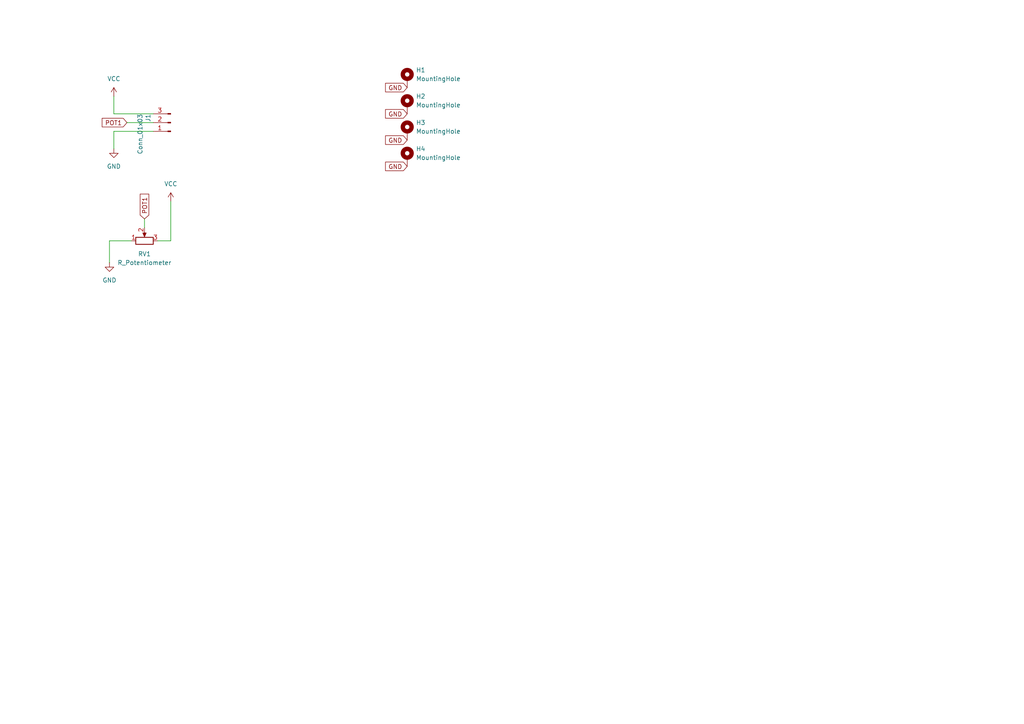
<source format=kicad_sch>
(kicad_sch
	(version 20250114)
	(generator "eeschema")
	(generator_version "9.0")
	(uuid "d04844d1-8779-4547-9d30-86688eb51b8d")
	(paper "A4")
	(lib_symbols
		(symbol "Device:R_Potentiometer"
			(pin_names
				(offset 1.016)
				(hide yes)
			)
			(exclude_from_sim no)
			(in_bom yes)
			(on_board yes)
			(property "Reference" "RV"
				(at -4.445 0 90)
				(effects
					(font
						(size 1.27 1.27)
					)
				)
			)
			(property "Value" "R_Potentiometer"
				(at -2.54 0 90)
				(effects
					(font
						(size 1.27 1.27)
					)
				)
			)
			(property "Footprint" ""
				(at 0 0 0)
				(effects
					(font
						(size 1.27 1.27)
					)
					(hide yes)
				)
			)
			(property "Datasheet" "~"
				(at 0 0 0)
				(effects
					(font
						(size 1.27 1.27)
					)
					(hide yes)
				)
			)
			(property "Description" "Potentiometer"
				(at 0 0 0)
				(effects
					(font
						(size 1.27 1.27)
					)
					(hide yes)
				)
			)
			(property "ki_keywords" "resistor variable"
				(at 0 0 0)
				(effects
					(font
						(size 1.27 1.27)
					)
					(hide yes)
				)
			)
			(property "ki_fp_filters" "Potentiometer*"
				(at 0 0 0)
				(effects
					(font
						(size 1.27 1.27)
					)
					(hide yes)
				)
			)
			(symbol "R_Potentiometer_0_1"
				(rectangle
					(start 1.016 2.54)
					(end -1.016 -2.54)
					(stroke
						(width 0.254)
						(type default)
					)
					(fill
						(type none)
					)
				)
				(polyline
					(pts
						(xy 1.143 0) (xy 2.286 0.508) (xy 2.286 -0.508) (xy 1.143 0)
					)
					(stroke
						(width 0)
						(type default)
					)
					(fill
						(type outline)
					)
				)
				(polyline
					(pts
						(xy 2.54 0) (xy 1.524 0)
					)
					(stroke
						(width 0)
						(type default)
					)
					(fill
						(type none)
					)
				)
			)
			(symbol "R_Potentiometer_1_1"
				(pin passive line
					(at 0 3.81 270)
					(length 1.27)
					(name "1"
						(effects
							(font
								(size 1.27 1.27)
							)
						)
					)
					(number "1"
						(effects
							(font
								(size 1.27 1.27)
							)
						)
					)
				)
				(pin passive line
					(at 0 -3.81 90)
					(length 1.27)
					(name "3"
						(effects
							(font
								(size 1.27 1.27)
							)
						)
					)
					(number "3"
						(effects
							(font
								(size 1.27 1.27)
							)
						)
					)
				)
				(pin passive line
					(at 3.81 0 180)
					(length 1.27)
					(name "2"
						(effects
							(font
								(size 1.27 1.27)
							)
						)
					)
					(number "2"
						(effects
							(font
								(size 1.27 1.27)
							)
						)
					)
				)
			)
			(embedded_fonts no)
		)
		(symbol "Mechanical:MountingHole_Pad"
			(pin_numbers
				(hide yes)
			)
			(pin_names
				(offset 1.016)
				(hide yes)
			)
			(exclude_from_sim no)
			(in_bom no)
			(on_board yes)
			(property "Reference" "H"
				(at 0 6.35 0)
				(effects
					(font
						(size 1.27 1.27)
					)
				)
			)
			(property "Value" "MountingHole_Pad"
				(at 0 4.445 0)
				(effects
					(font
						(size 1.27 1.27)
					)
				)
			)
			(property "Footprint" ""
				(at 0 0 0)
				(effects
					(font
						(size 1.27 1.27)
					)
					(hide yes)
				)
			)
			(property "Datasheet" "~"
				(at 0 0 0)
				(effects
					(font
						(size 1.27 1.27)
					)
					(hide yes)
				)
			)
			(property "Description" "Mounting Hole with connection"
				(at 0 0 0)
				(effects
					(font
						(size 1.27 1.27)
					)
					(hide yes)
				)
			)
			(property "ki_keywords" "mounting hole"
				(at 0 0 0)
				(effects
					(font
						(size 1.27 1.27)
					)
					(hide yes)
				)
			)
			(property "ki_fp_filters" "MountingHole*Pad*"
				(at 0 0 0)
				(effects
					(font
						(size 1.27 1.27)
					)
					(hide yes)
				)
			)
			(symbol "MountingHole_Pad_0_1"
				(circle
					(center 0 1.27)
					(radius 1.27)
					(stroke
						(width 1.27)
						(type default)
					)
					(fill
						(type none)
					)
				)
			)
			(symbol "MountingHole_Pad_1_1"
				(pin input line
					(at 0 -2.54 90)
					(length 2.54)
					(name "1"
						(effects
							(font
								(size 1.27 1.27)
							)
						)
					)
					(number "1"
						(effects
							(font
								(size 1.27 1.27)
							)
						)
					)
				)
			)
			(embedded_fonts no)
		)
		(symbol "mobiflight-library:JST-XH_03_Pin_vertical"
			(pin_names
				(offset 1.016)
				(hide yes)
			)
			(exclude_from_sim no)
			(in_bom yes)
			(on_board yes)
			(property "Reference" "J"
				(at 0 5.08 0)
				(effects
					(font
						(size 1.27 1.27)
					)
				)
			)
			(property "Value" "JST-XH_03_Pin_vertical"
				(at 0 -5.08 0)
				(effects
					(font
						(size 1.27 1.27)
					)
				)
			)
			(property "Footprint" "Connector_JST:JST_XH_B3B-XH-A_1x03_P2.50mm_Vertical"
				(at 0 0 0)
				(effects
					(font
						(size 1.27 1.27)
					)
					(hide yes)
				)
			)
			(property "Datasheet" "~"
				(at 0 0 0)
				(effects
					(font
						(size 1.27 1.27)
					)
					(hide yes)
				)
			)
			(property "Description" "Generic connector, single row, 01x03, script generated"
				(at 0 0 0)
				(effects
					(font
						(size 1.27 1.27)
					)
					(hide yes)
				)
			)
			(property "LCSC" "C144394"
				(at 0 0 0)
				(effects
					(font
						(size 1.27 1.27)
					)
					(hide yes)
				)
			)
			(property "ki_keywords" "connector"
				(at 0 0 0)
				(effects
					(font
						(size 1.27 1.27)
					)
					(hide yes)
				)
			)
			(property "ki_fp_filters" "Connector*:*_1x??_*"
				(at 0 0 0)
				(effects
					(font
						(size 1.27 1.27)
					)
					(hide yes)
				)
			)
			(symbol "JST-XH_03_Pin_vertical_1_1"
				(rectangle
					(start 0.8636 2.667)
					(end 0 2.413)
					(stroke
						(width 0.1524)
						(type default)
					)
					(fill
						(type outline)
					)
				)
				(rectangle
					(start 0.8636 0.127)
					(end 0 -0.127)
					(stroke
						(width 0.1524)
						(type default)
					)
					(fill
						(type outline)
					)
				)
				(rectangle
					(start 0.8636 -2.413)
					(end 0 -2.667)
					(stroke
						(width 0.1524)
						(type default)
					)
					(fill
						(type outline)
					)
				)
				(polyline
					(pts
						(xy 1.27 2.54) (xy 0.8636 2.54)
					)
					(stroke
						(width 0.1524)
						(type default)
					)
					(fill
						(type none)
					)
				)
				(polyline
					(pts
						(xy 1.27 0) (xy 0.8636 0)
					)
					(stroke
						(width 0.1524)
						(type default)
					)
					(fill
						(type none)
					)
				)
				(polyline
					(pts
						(xy 1.27 -2.54) (xy 0.8636 -2.54)
					)
					(stroke
						(width 0.1524)
						(type default)
					)
					(fill
						(type none)
					)
				)
				(pin passive line
					(at 5.08 2.54 180)
					(length 3.81)
					(name "Pin_1"
						(effects
							(font
								(size 1.27 1.27)
							)
						)
					)
					(number "1"
						(effects
							(font
								(size 1.27 1.27)
							)
						)
					)
				)
				(pin passive line
					(at 5.08 0 180)
					(length 3.81)
					(name "Pin_2"
						(effects
							(font
								(size 1.27 1.27)
							)
						)
					)
					(number "2"
						(effects
							(font
								(size 1.27 1.27)
							)
						)
					)
				)
				(pin passive line
					(at 5.08 -2.54 180)
					(length 3.81)
					(name "Pin_3"
						(effects
							(font
								(size 1.27 1.27)
							)
						)
					)
					(number "3"
						(effects
							(font
								(size 1.27 1.27)
							)
						)
					)
				)
			)
			(embedded_fonts no)
		)
		(symbol "power:GND"
			(power)
			(pin_numbers
				(hide yes)
			)
			(pin_names
				(offset 0)
				(hide yes)
			)
			(exclude_from_sim no)
			(in_bom yes)
			(on_board yes)
			(property "Reference" "#PWR"
				(at 0 -6.35 0)
				(effects
					(font
						(size 1.27 1.27)
					)
					(hide yes)
				)
			)
			(property "Value" "GND"
				(at 0 -3.81 0)
				(effects
					(font
						(size 1.27 1.27)
					)
				)
			)
			(property "Footprint" ""
				(at 0 0 0)
				(effects
					(font
						(size 1.27 1.27)
					)
					(hide yes)
				)
			)
			(property "Datasheet" ""
				(at 0 0 0)
				(effects
					(font
						(size 1.27 1.27)
					)
					(hide yes)
				)
			)
			(property "Description" "Power symbol creates a global label with name \"GND\" , ground"
				(at 0 0 0)
				(effects
					(font
						(size 1.27 1.27)
					)
					(hide yes)
				)
			)
			(property "ki_keywords" "global power"
				(at 0 0 0)
				(effects
					(font
						(size 1.27 1.27)
					)
					(hide yes)
				)
			)
			(symbol "GND_0_1"
				(polyline
					(pts
						(xy 0 0) (xy 0 -1.27) (xy 1.27 -1.27) (xy 0 -2.54) (xy -1.27 -1.27) (xy 0 -1.27)
					)
					(stroke
						(width 0)
						(type default)
					)
					(fill
						(type none)
					)
				)
			)
			(symbol "GND_1_1"
				(pin power_in line
					(at 0 0 270)
					(length 0)
					(name "~"
						(effects
							(font
								(size 1.27 1.27)
							)
						)
					)
					(number "1"
						(effects
							(font
								(size 1.27 1.27)
							)
						)
					)
				)
			)
			(embedded_fonts no)
		)
		(symbol "power:VCC"
			(power)
			(pin_numbers
				(hide yes)
			)
			(pin_names
				(offset 0)
				(hide yes)
			)
			(exclude_from_sim no)
			(in_bom yes)
			(on_board yes)
			(property "Reference" "#PWR"
				(at 0 -3.81 0)
				(effects
					(font
						(size 1.27 1.27)
					)
					(hide yes)
				)
			)
			(property "Value" "VCC"
				(at 0 3.556 0)
				(effects
					(font
						(size 1.27 1.27)
					)
				)
			)
			(property "Footprint" ""
				(at 0 0 0)
				(effects
					(font
						(size 1.27 1.27)
					)
					(hide yes)
				)
			)
			(property "Datasheet" ""
				(at 0 0 0)
				(effects
					(font
						(size 1.27 1.27)
					)
					(hide yes)
				)
			)
			(property "Description" "Power symbol creates a global label with name \"VCC\""
				(at 0 0 0)
				(effects
					(font
						(size 1.27 1.27)
					)
					(hide yes)
				)
			)
			(property "ki_keywords" "global power"
				(at 0 0 0)
				(effects
					(font
						(size 1.27 1.27)
					)
					(hide yes)
				)
			)
			(symbol "VCC_0_1"
				(polyline
					(pts
						(xy -0.762 1.27) (xy 0 2.54)
					)
					(stroke
						(width 0)
						(type default)
					)
					(fill
						(type none)
					)
				)
				(polyline
					(pts
						(xy 0 2.54) (xy 0.762 1.27)
					)
					(stroke
						(width 0)
						(type default)
					)
					(fill
						(type none)
					)
				)
				(polyline
					(pts
						(xy 0 0) (xy 0 2.54)
					)
					(stroke
						(width 0)
						(type default)
					)
					(fill
						(type none)
					)
				)
			)
			(symbol "VCC_1_1"
				(pin power_in line
					(at 0 0 90)
					(length 0)
					(name "~"
						(effects
							(font
								(size 1.27 1.27)
							)
						)
					)
					(number "1"
						(effects
							(font
								(size 1.27 1.27)
							)
						)
					)
				)
			)
			(embedded_fonts no)
		)
	)
	(wire
		(pts
			(xy 44.45 35.56) (xy 36.83 35.56)
		)
		(stroke
			(width 0)
			(type default)
		)
		(uuid "7202cbd7-e5b0-4c63-8c9e-ddf95485fb23")
	)
	(wire
		(pts
			(xy 41.91 63.5) (xy 41.91 66.04)
		)
		(stroke
			(width 0)
			(type default)
		)
		(uuid "742e2c57-f8c9-4fea-b4e3-b808e2aa0a01")
	)
	(wire
		(pts
			(xy 33.02 27.94) (xy 33.02 33.02)
		)
		(stroke
			(width 0)
			(type default)
		)
		(uuid "80a1a72f-aacf-49b0-923b-8c7f217a17ef")
	)
	(wire
		(pts
			(xy 33.02 33.02) (xy 44.45 33.02)
		)
		(stroke
			(width 0)
			(type default)
		)
		(uuid "c10fb595-c129-4510-87c7-27ce7b4def22")
	)
	(wire
		(pts
			(xy 31.75 69.85) (xy 38.1 69.85)
		)
		(stroke
			(width 0)
			(type default)
		)
		(uuid "c289b880-5ad7-47b4-aa18-e04eb52d4f14")
	)
	(wire
		(pts
			(xy 33.02 38.1) (xy 33.02 43.18)
		)
		(stroke
			(width 0)
			(type default)
		)
		(uuid "cf865b94-fd76-4b6a-9ca2-128f0bcca2e4")
	)
	(wire
		(pts
			(xy 31.75 76.2) (xy 31.75 69.85)
		)
		(stroke
			(width 0)
			(type default)
		)
		(uuid "d888c1cc-4da5-4c19-85df-1b35337711fb")
	)
	(wire
		(pts
			(xy 49.53 58.42) (xy 49.53 69.85)
		)
		(stroke
			(width 0)
			(type default)
		)
		(uuid "f02db15d-380e-4c44-b717-9c9f0f6580a5")
	)
	(wire
		(pts
			(xy 44.45 38.1) (xy 33.02 38.1)
		)
		(stroke
			(width 0)
			(type default)
		)
		(uuid "f226474f-2f49-4649-9292-289a3da0f296")
	)
	(wire
		(pts
			(xy 49.53 69.85) (xy 45.72 69.85)
		)
		(stroke
			(width 0)
			(type default)
		)
		(uuid "f2949a2e-75b3-42d1-b350-5f08026ff3a5")
	)
	(global_label "POT1"
		(shape input)
		(at 41.91 63.5 90)
		(fields_autoplaced yes)
		(effects
			(font
				(size 1.27 1.27)
			)
			(justify left)
		)
		(uuid "08ce79c1-f103-4361-8dd2-0209a2400bad")
		(property "Intersheetrefs" "${INTERSHEET_REFS}"
			(at 41.91 55.7372 90)
			(effects
				(font
					(size 1.27 1.27)
				)
				(justify left)
				(hide yes)
			)
		)
	)
	(global_label "GND"
		(shape input)
		(at 118.11 25.4 180)
		(fields_autoplaced yes)
		(effects
			(font
				(size 1.27 1.27)
			)
			(justify right)
		)
		(uuid "37224e38-b0a8-4fc3-8f4e-f13ab3a11e76")
		(property "Intersheetrefs" "${INTERSHEET_REFS}"
			(at 111.8264 25.4794 0)
			(effects
				(font
					(size 1.27 1.27)
				)
				(justify right)
				(hide yes)
			)
		)
	)
	(global_label "GND"
		(shape input)
		(at 118.11 33.02 180)
		(fields_autoplaced yes)
		(effects
			(font
				(size 1.27 1.27)
			)
			(justify right)
		)
		(uuid "8ebbb871-eb23-4217-8401-ff5050553f3f")
		(property "Intersheetrefs" "${INTERSHEET_REFS}"
			(at 111.8264 33.0994 0)
			(effects
				(font
					(size 1.27 1.27)
				)
				(justify right)
				(hide yes)
			)
		)
	)
	(global_label "POT1"
		(shape input)
		(at 36.83 35.56 180)
		(fields_autoplaced yes)
		(effects
			(font
				(size 1.27 1.27)
			)
			(justify right)
		)
		(uuid "d17197e8-859a-4b27-87f2-a02b0054e2a3")
		(property "Intersheetrefs" "${INTERSHEET_REFS}"
			(at 29.0672 35.56 0)
			(effects
				(font
					(size 1.27 1.27)
				)
				(justify right)
				(hide yes)
			)
		)
	)
	(global_label "GND"
		(shape input)
		(at 118.11 40.64 180)
		(fields_autoplaced yes)
		(effects
			(font
				(size 1.27 1.27)
			)
			(justify right)
		)
		(uuid "db6626d8-11d3-48c2-bec3-53ba8e2460b3")
		(property "Intersheetrefs" "${INTERSHEET_REFS}"
			(at 111.8264 40.7194 0)
			(effects
				(font
					(size 1.27 1.27)
				)
				(justify right)
				(hide yes)
			)
		)
	)
	(global_label "GND"
		(shape input)
		(at 118.11 48.26 180)
		(fields_autoplaced yes)
		(effects
			(font
				(size 1.27 1.27)
			)
			(justify right)
		)
		(uuid "dc83de48-ea9e-4d73-a3c3-9ac7006d5f43")
		(property "Intersheetrefs" "${INTERSHEET_REFS}"
			(at 111.8264 48.3394 0)
			(effects
				(font
					(size 1.27 1.27)
				)
				(justify right)
				(hide yes)
			)
		)
	)
	(symbol
		(lib_id "Mechanical:MountingHole_Pad")
		(at 118.11 38.1 0)
		(unit 1)
		(exclude_from_sim no)
		(in_bom yes)
		(on_board yes)
		(dnp no)
		(fields_autoplaced yes)
		(uuid "33641487-c4ff-4a53-8c2a-2f84f6ab0d9b")
		(property "Reference" "H3"
			(at 120.65 35.5599 0)
			(effects
				(font
					(size 1.27 1.27)
				)
				(justify left)
			)
		)
		(property "Value" "MountingHole"
			(at 120.65 38.0999 0)
			(effects
				(font
					(size 1.27 1.27)
				)
				(justify left)
			)
		)
		(property "Footprint" "MountingHole:MountingHole_3.2mm_M3_ISO14580_Pad_TopBottom"
			(at 118.11 38.1 0)
			(effects
				(font
					(size 1.27 1.27)
				)
				(hide yes)
			)
		)
		(property "Datasheet" "~"
			(at 118.11 38.1 0)
			(effects
				(font
					(size 1.27 1.27)
				)
				(hide yes)
			)
		)
		(property "Description" "Mounting Hole with connection"
			(at 118.11 38.1 0)
			(effects
				(font
					(size 1.27 1.27)
				)
				(hide yes)
			)
		)
		(pin "1"
			(uuid "0de3ba3a-98de-4990-a440-3b9f96db4beb")
		)
		(instances
			(project "dual-encoder-board"
				(path "/d04844d1-8779-4547-9d30-86688eb51b8d"
					(reference "H3")
					(unit 1)
				)
			)
		)
	)
	(symbol
		(lib_id "power:VCC")
		(at 49.53 58.42 0)
		(unit 1)
		(exclude_from_sim no)
		(in_bom yes)
		(on_board yes)
		(dnp no)
		(fields_autoplaced yes)
		(uuid "4d33a4c5-216b-42b9-b3c1-b2743b8bb7e1")
		(property "Reference" "#PWR02"
			(at 49.53 62.23 0)
			(effects
				(font
					(size 1.27 1.27)
				)
				(hide yes)
			)
		)
		(property "Value" "VCC"
			(at 49.53 53.34 0)
			(effects
				(font
					(size 1.27 1.27)
				)
			)
		)
		(property "Footprint" ""
			(at 49.53 58.42 0)
			(effects
				(font
					(size 1.27 1.27)
				)
				(hide yes)
			)
		)
		(property "Datasheet" ""
			(at 49.53 58.42 0)
			(effects
				(font
					(size 1.27 1.27)
				)
				(hide yes)
			)
		)
		(property "Description" "Power symbol creates a global label with name \"VCC\""
			(at 49.53 58.42 0)
			(effects
				(font
					(size 1.27 1.27)
				)
				(hide yes)
			)
		)
		(pin "1"
			(uuid "7441495c-3026-438e-a82f-c910f7220f8a")
		)
		(instances
			(project ""
				(path "/d04844d1-8779-4547-9d30-86688eb51b8d"
					(reference "#PWR02")
					(unit 1)
				)
			)
		)
	)
	(symbol
		(lib_id "Device:R_Potentiometer")
		(at 41.91 69.85 90)
		(unit 1)
		(exclude_from_sim no)
		(in_bom yes)
		(on_board yes)
		(dnp no)
		(uuid "5de80c72-4267-4640-a4a4-d01b2dce53df")
		(property "Reference" "RV1"
			(at 41.91 73.66 90)
			(effects
				(font
					(size 1.27 1.27)
				)
			)
		)
		(property "Value" "R_Potentiometer"
			(at 41.91 76.2 90)
			(effects
				(font
					(size 1.27 1.27)
				)
			)
		)
		(property "Footprint" "Potentiometer_THT:Potentiometer_Alps_RK09K_Single_Vertical"
			(at 41.91 69.85 0)
			(effects
				(font
					(size 1.27 1.27)
				)
				(hide yes)
			)
		)
		(property "Datasheet" "~"
			(at 41.91 69.85 0)
			(effects
				(font
					(size 1.27 1.27)
				)
				(hide yes)
			)
		)
		(property "Description" "Potentiometer"
			(at 41.91 69.85 0)
			(effects
				(font
					(size 1.27 1.27)
				)
				(hide yes)
			)
		)
		(pin "3"
			(uuid "743d8b4c-72f3-413b-9566-008a14b61ed9")
		)
		(pin "2"
			(uuid "1d1126d0-371d-42c7-a55a-cdd67570e1e4")
		)
		(pin "1"
			(uuid "645a2e03-915c-49c3-8fff-5df90a9bb02e")
		)
		(instances
			(project ""
				(path "/d04844d1-8779-4547-9d30-86688eb51b8d"
					(reference "RV1")
					(unit 1)
				)
			)
		)
	)
	(symbol
		(lib_id "Mechanical:MountingHole_Pad")
		(at 118.11 30.48 0)
		(unit 1)
		(exclude_from_sim no)
		(in_bom yes)
		(on_board yes)
		(dnp no)
		(fields_autoplaced yes)
		(uuid "626aa119-381c-45a9-b4d7-8cea2ea28f86")
		(property "Reference" "H2"
			(at 120.65 27.9399 0)
			(effects
				(font
					(size 1.27 1.27)
				)
				(justify left)
			)
		)
		(property "Value" "MountingHole"
			(at 120.65 30.4799 0)
			(effects
				(font
					(size 1.27 1.27)
				)
				(justify left)
			)
		)
		(property "Footprint" "MountingHole:MountingHole_3.2mm_M3_ISO14580_Pad_TopBottom"
			(at 118.11 30.48 0)
			(effects
				(font
					(size 1.27 1.27)
				)
				(hide yes)
			)
		)
		(property "Datasheet" "~"
			(at 118.11 30.48 0)
			(effects
				(font
					(size 1.27 1.27)
				)
				(hide yes)
			)
		)
		(property "Description" "Mounting Hole with connection"
			(at 118.11 30.48 0)
			(effects
				(font
					(size 1.27 1.27)
				)
				(hide yes)
			)
		)
		(pin "1"
			(uuid "5e5cff79-ff83-49be-8f65-8967a65a8115")
		)
		(instances
			(project "dual-encoder-board"
				(path "/d04844d1-8779-4547-9d30-86688eb51b8d"
					(reference "H2")
					(unit 1)
				)
			)
		)
	)
	(symbol
		(lib_id "mobiflight-library:JST-XH_03_Pin_vertical")
		(at 49.53 35.56 180)
		(unit 1)
		(exclude_from_sim no)
		(in_bom yes)
		(on_board yes)
		(dnp no)
		(uuid "73652553-bc51-4c57-86ee-5d2c44f041df")
		(property "Reference" "J1"
			(at 42.9514 33.02 90)
			(effects
				(font
					(size 1.27 1.27)
				)
				(justify left)
			)
		)
		(property "Value" "Conn_01x03"
			(at 40.64 33.02 90)
			(effects
				(font
					(size 1.27 1.27)
				)
				(justify left)
			)
		)
		(property "Footprint" "Connector_JST:JST_XH_B3B-XH-A_1x03_P2.50mm_Vertical"
			(at 49.53 35.56 0)
			(effects
				(font
					(size 1.27 1.27)
				)
				(hide yes)
			)
		)
		(property "Datasheet" "~"
			(at 49.53 35.56 0)
			(effects
				(font
					(size 1.27 1.27)
				)
				(hide yes)
			)
		)
		(property "Description" "Generic connector, single row, 01x03, script generated"
			(at 49.53 35.56 0)
			(effects
				(font
					(size 1.27 1.27)
				)
				(hide yes)
			)
		)
		(property "LCSC" "C144394"
			(at 49.53 35.56 0)
			(effects
				(font
					(size 1.27 1.27)
				)
				(hide yes)
			)
		)
		(pin "1"
			(uuid "d3d01736-2dfd-46a9-9d4a-070fb0442272")
		)
		(pin "2"
			(uuid "e303d6fe-b89b-4164-b67e-78a8d09b1eca")
		)
		(pin "3"
			(uuid "3c17e4be-c4c8-4256-8257-dfd8baa730f1")
		)
		(instances
			(project "potentiometer-board"
				(path "/d04844d1-8779-4547-9d30-86688eb51b8d"
					(reference "J1")
					(unit 1)
				)
			)
		)
	)
	(symbol
		(lib_id "Mechanical:MountingHole_Pad")
		(at 118.11 22.86 0)
		(unit 1)
		(exclude_from_sim no)
		(in_bom yes)
		(on_board yes)
		(dnp no)
		(fields_autoplaced yes)
		(uuid "9c33dac7-66b2-4cdd-a0fc-ef1e5d2e59c7")
		(property "Reference" "H1"
			(at 120.65 20.3199 0)
			(effects
				(font
					(size 1.27 1.27)
				)
				(justify left)
			)
		)
		(property "Value" "MountingHole"
			(at 120.65 22.8599 0)
			(effects
				(font
					(size 1.27 1.27)
				)
				(justify left)
			)
		)
		(property "Footprint" "MountingHole:MountingHole_3.2mm_M3_ISO14580_Pad_TopBottom"
			(at 118.11 22.86 0)
			(effects
				(font
					(size 1.27 1.27)
				)
				(hide yes)
			)
		)
		(property "Datasheet" "~"
			(at 118.11 22.86 0)
			(effects
				(font
					(size 1.27 1.27)
				)
				(hide yes)
			)
		)
		(property "Description" "Mounting Hole with connection"
			(at 118.11 22.86 0)
			(effects
				(font
					(size 1.27 1.27)
				)
				(hide yes)
			)
		)
		(pin "1"
			(uuid "0e0dabdb-7175-4002-8b56-b878b9065770")
		)
		(instances
			(project "dual-encoder-board"
				(path "/d04844d1-8779-4547-9d30-86688eb51b8d"
					(reference "H1")
					(unit 1)
				)
			)
		)
	)
	(symbol
		(lib_id "power:GND")
		(at 31.75 76.2 0)
		(unit 1)
		(exclude_from_sim no)
		(in_bom yes)
		(on_board yes)
		(dnp no)
		(fields_autoplaced yes)
		(uuid "9ea1b5d2-0f42-4b4b-bb56-054d07eca677")
		(property "Reference" "#PWR01"
			(at 31.75 82.55 0)
			(effects
				(font
					(size 1.27 1.27)
				)
				(hide yes)
			)
		)
		(property "Value" "GND"
			(at 31.75 81.28 0)
			(effects
				(font
					(size 1.27 1.27)
				)
			)
		)
		(property "Footprint" ""
			(at 31.75 76.2 0)
			(effects
				(font
					(size 1.27 1.27)
				)
				(hide yes)
			)
		)
		(property "Datasheet" ""
			(at 31.75 76.2 0)
			(effects
				(font
					(size 1.27 1.27)
				)
				(hide yes)
			)
		)
		(property "Description" "Power symbol creates a global label with name \"GND\" , ground"
			(at 31.75 76.2 0)
			(effects
				(font
					(size 1.27 1.27)
				)
				(hide yes)
			)
		)
		(pin "1"
			(uuid "6863b772-d733-4fcb-baf6-c49d4e3b49e9")
		)
		(instances
			(project "potentiometer-board"
				(path "/d04844d1-8779-4547-9d30-86688eb51b8d"
					(reference "#PWR01")
					(unit 1)
				)
			)
		)
	)
	(symbol
		(lib_id "Mechanical:MountingHole_Pad")
		(at 118.11 45.72 0)
		(unit 1)
		(exclude_from_sim no)
		(in_bom yes)
		(on_board yes)
		(dnp no)
		(fields_autoplaced yes)
		(uuid "afd2d753-ec0f-4699-a932-2e075254f9e5")
		(property "Reference" "H4"
			(at 120.65 43.1799 0)
			(effects
				(font
					(size 1.27 1.27)
				)
				(justify left)
			)
		)
		(property "Value" "MountingHole"
			(at 120.65 45.7199 0)
			(effects
				(font
					(size 1.27 1.27)
				)
				(justify left)
			)
		)
		(property "Footprint" "MountingHole:MountingHole_3.2mm_M3_ISO14580_Pad_TopBottom"
			(at 118.11 45.72 0)
			(effects
				(font
					(size 1.27 1.27)
				)
				(hide yes)
			)
		)
		(property "Datasheet" "~"
			(at 118.11 45.72 0)
			(effects
				(font
					(size 1.27 1.27)
				)
				(hide yes)
			)
		)
		(property "Description" "Mounting Hole with connection"
			(at 118.11 45.72 0)
			(effects
				(font
					(size 1.27 1.27)
				)
				(hide yes)
			)
		)
		(pin "1"
			(uuid "4f2b9cef-c5b0-46db-8e4b-7a74297af5bd")
		)
		(instances
			(project "dual-encoder-board"
				(path "/d04844d1-8779-4547-9d30-86688eb51b8d"
					(reference "H4")
					(unit 1)
				)
			)
		)
	)
	(symbol
		(lib_id "power:GND")
		(at 33.02 43.18 0)
		(unit 1)
		(exclude_from_sim no)
		(in_bom yes)
		(on_board yes)
		(dnp no)
		(fields_autoplaced yes)
		(uuid "e3c76733-c546-4122-b2ed-90f757451431")
		(property "Reference" "#PWR04"
			(at 33.02 49.53 0)
			(effects
				(font
					(size 1.27 1.27)
				)
				(hide yes)
			)
		)
		(property "Value" "GND"
			(at 33.02 48.26 0)
			(effects
				(font
					(size 1.27 1.27)
				)
			)
		)
		(property "Footprint" ""
			(at 33.02 43.18 0)
			(effects
				(font
					(size 1.27 1.27)
				)
				(hide yes)
			)
		)
		(property "Datasheet" ""
			(at 33.02 43.18 0)
			(effects
				(font
					(size 1.27 1.27)
				)
				(hide yes)
			)
		)
		(property "Description" "Power symbol creates a global label with name \"GND\" , ground"
			(at 33.02 43.18 0)
			(effects
				(font
					(size 1.27 1.27)
				)
				(hide yes)
			)
		)
		(pin "1"
			(uuid "48d5dd4a-bea0-4025-83ad-8a1278505fbf")
		)
		(instances
			(project "potentiometer-board"
				(path "/d04844d1-8779-4547-9d30-86688eb51b8d"
					(reference "#PWR04")
					(unit 1)
				)
			)
		)
	)
	(symbol
		(lib_id "power:VCC")
		(at 33.02 27.94 0)
		(unit 1)
		(exclude_from_sim no)
		(in_bom yes)
		(on_board yes)
		(dnp no)
		(fields_autoplaced yes)
		(uuid "e76a7846-92e7-4bc4-a5d8-b26a377464f1")
		(property "Reference" "#PWR03"
			(at 33.02 31.75 0)
			(effects
				(font
					(size 1.27 1.27)
				)
				(hide yes)
			)
		)
		(property "Value" "VCC"
			(at 33.02 22.86 0)
			(effects
				(font
					(size 1.27 1.27)
				)
			)
		)
		(property "Footprint" ""
			(at 33.02 27.94 0)
			(effects
				(font
					(size 1.27 1.27)
				)
				(hide yes)
			)
		)
		(property "Datasheet" ""
			(at 33.02 27.94 0)
			(effects
				(font
					(size 1.27 1.27)
				)
				(hide yes)
			)
		)
		(property "Description" "Power symbol creates a global label with name \"VCC\""
			(at 33.02 27.94 0)
			(effects
				(font
					(size 1.27 1.27)
				)
				(hide yes)
			)
		)
		(pin "1"
			(uuid "7441495c-3026-438e-a82f-c910f7220f8b")
		)
		(instances
			(project ""
				(path "/d04844d1-8779-4547-9d30-86688eb51b8d"
					(reference "#PWR03")
					(unit 1)
				)
			)
		)
	)
	(sheet_instances
		(path "/"
			(page "1")
		)
	)
	(embedded_fonts no)
)

</source>
